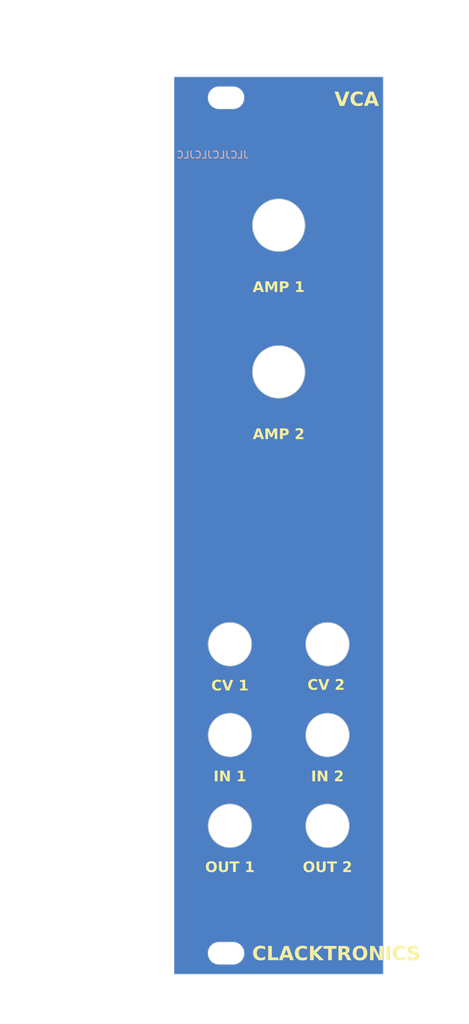
<source format=kicad_pcb>
(kicad_pcb (version 20221018) (generator pcbnew)
  (layers (0 "F.Cu" signal) (31 "B.Cu" signal) (34 "B.Paste" user) (35 "F.Paste" user) (36 "B.SilkS" user "B.Silkscreen") (37 "F.SilkS" user "F.Silkscreen") (38 "B.Mask" user) (39 "F.Mask" user) (44 "Edge.Cuts" user))
  (net 0 "")
  (gr_line (start 122.45 31.35) (end 124.45 31.35) (stroke (width 0.05)) (layer "Edge.Cuts"))
  (gr_circle (center 138 121) (end 141.1 121) (stroke (width 0.1)) (fill none) (layer "Edge.Cuts"))
  (gr_circle (center 124 121) (end 127.1 121) (stroke (width 0.1)) (fill none) (layer "Edge.Cuts"))
  (gr_arc (start 124.45 150.65) (mid 126.05 152.25) (end 124.45 153.85) (stroke (width 0.05)) (layer "Edge.Cuts"))
  (gr_circle (center 138 134) (end 141.1 134) (stroke (width 0.1)) (fill none) (layer "Edge.Cuts"))
  (gr_line (start 124.45 150.65) (end 122.45 150.65) (stroke (width 0.05)) (layer "Edge.Cuts"))
  (gr_arc (start 122.45 31.35) (mid 120.85 29.75) (end 122.45 28.15) (stroke (width 0.05)) (layer "Edge.Cuts"))
  (gr_arc (start 124.45 28.15) (mid 126.05 29.75) (end 124.45 31.35) (stroke (width 0.05)) (layer "Edge.Cuts"))
  (gr_line (start 116 26.75) (end 146 26.75) (stroke (width 0.05)) (layer "Edge.Cuts"))
  (gr_line (start 146 155.25) (end 116 155.25) (stroke (width 0.05)) (layer "Edge.Cuts"))
  (gr_line (start 116 155.25) (end 116 26.75) (stroke (width 0.05)) (layer "Edge.Cuts"))
  (gr_line (start 122.45 153.85) (end 124.45 153.85) (stroke (width 0.05)) (layer "Edge.Cuts"))
  (gr_line (start 124.45 28.15) (end 122.45 28.15) (stroke (width 0.05)) (layer "Edge.Cuts"))
  (gr_line (start 146 26.75) (end 146 155.25) (stroke (width 0.05)) (layer "Edge.Cuts"))
  (gr_circle (center 138 108) (end 141.1 108) (stroke (width 0.1)) (fill none) (layer "Edge.Cuts"))
  (gr_circle (center 131 69) (end 134.75 69) (stroke (width 0.1)) (fill none) (layer "Edge.Cuts"))
  (gr_arc (start 122.45 153.85) (mid 120.85 152.25) (end 122.45 150.65) (stroke (width 0.05)) (layer "Edge.Cuts"))
  (gr_circle (center 131 48) (end 134.75 48) (stroke (width 0.1)) (fill none) (layer "Edge.Cuts"))
  (gr_circle (center 124 108) (end 127.1 108) (stroke (width 0.1)) (fill none) (layer "Edge.Cuts"))
  (gr_circle (center 124 134) (end 127.1 134) (stroke (width 0.1)) (fill none) (layer "Edge.Cuts"))
  (gr_text "JLCJLCJLCJLC" (at 126.75 38.5) (layer "B.SilkS") (effects (font (size 1 1)) (justify left bottom mirror)))
  (gr_text "OUT 2" (at 138 140) (layer "F.SilkS") (effects (font (size 1.5 1.5))))
  (gr_text "OUT 1" (at 124 140) (layer "F.SilkS") (effects (font (size 1.5 1.5))))
  (gr_text "CV 1" (at 124 114) (layer "F.SilkS") (effects (font (size 1.5 1.5))))
  (gr_text "IN 2" (at 138 127) (layer "F.SilkS") (effects (font (size 1.5 1.5))))
  (gr_text "AMP 1" (at 130.99 56.94) (layer "F.SilkS") (effects (font (size 1.5 1.5))))
  (gr_text "CLACKTRONICS" (at 127.18 153.58) (layer "F.SilkS") (effects (font (size 2 2) (thickness 0.2) bold) (justify left bottom)))
  (gr_text "AMP 2" (at 131 78) (layer "F.SilkS") (effects (font (size 1.5 1.5))))
  (gr_text "VCA" (at 139 31.25) (layer "F.SilkS") (effects (font (size 2 2)) (justify left bottom)))
  (gr_text "CV 2" (at 137.8 113.9) (layer "F.SilkS") (effects (font (size 1.5 1.5))))
  (gr_text "IN 1" (at 124 127) (layer "F.SilkS") (effects (font (size 1.5 1.5))))
  (zone (net 0) (net_name "") (layer "B.Cu") (connect_pads (clearance 0.508)) (min_thickness 0.25) (fill yes (thermal_gap 0.5) (thermal_bridge_width 0.5) (island_removal_mode 1) (island_area_min 10))
    (polygon (pts (xy 115 26) (xy 115.5 155.5) (xy 146.5 155.5) (xy 146.5 26)))
  )
)
</source>
